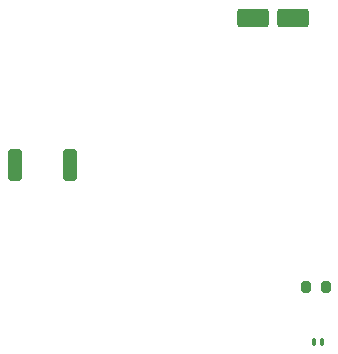
<source format=gbr>
%TF.GenerationSoftware,KiCad,Pcbnew,9.0.2*%
%TF.CreationDate,2025-07-21T18:03:53+01:00*%
%TF.ProjectId,ISOLATION,49534f4c-4154-4494-9f4e-2e6b69636164,rev?*%
%TF.SameCoordinates,Original*%
%TF.FileFunction,Paste,Top*%
%TF.FilePolarity,Positive*%
%FSLAX46Y46*%
G04 Gerber Fmt 4.6, Leading zero omitted, Abs format (unit mm)*
G04 Created by KiCad (PCBNEW 9.0.2) date 2025-07-21 18:03:53*
%MOMM*%
%LPD*%
G01*
G04 APERTURE LIST*
G04 Aperture macros list*
%AMRoundRect*
0 Rectangle with rounded corners*
0 $1 Rounding radius*
0 $2 $3 $4 $5 $6 $7 $8 $9 X,Y pos of 4 corners*
0 Add a 4 corners polygon primitive as box body*
4,1,4,$2,$3,$4,$5,$6,$7,$8,$9,$2,$3,0*
0 Add four circle primitives for the rounded corners*
1,1,$1+$1,$2,$3*
1,1,$1+$1,$4,$5*
1,1,$1+$1,$6,$7*
1,1,$1+$1,$8,$9*
0 Add four rect primitives between the rounded corners*
20,1,$1+$1,$2,$3,$4,$5,0*
20,1,$1+$1,$4,$5,$6,$7,0*
20,1,$1+$1,$6,$7,$8,$9,0*
20,1,$1+$1,$8,$9,$2,$3,0*%
G04 Aperture macros list end*
%ADD10RoundRect,0.050000X-0.100000X-0.250000X0.100000X-0.250000X0.100000X0.250000X-0.100000X0.250000X0*%
%ADD11RoundRect,0.200000X-0.200000X-0.275000X0.200000X-0.275000X0.200000X0.275000X-0.200000X0.275000X0*%
%ADD12RoundRect,0.250000X-0.362500X-1.075000X0.362500X-1.075000X0.362500X1.075000X-0.362500X1.075000X0*%
%ADD13RoundRect,0.250000X-1.075000X-0.550000X1.075000X-0.550000X1.075000X0.550000X-1.075000X0.550000X0*%
G04 APERTURE END LIST*
D10*
%TO.C,D1*%
X144050000Y-102600000D03*
X144750000Y-102600000D03*
%TD*%
D11*
%TO.C,R1*%
X143430000Y-97950000D03*
X145080000Y-97950000D03*
%TD*%
D12*
%TO.C,R2*%
X118797500Y-87650000D03*
X123422500Y-87650000D03*
%TD*%
D13*
%TO.C,C1*%
X138935000Y-75160000D03*
X142285000Y-75160000D03*
%TD*%
M02*

</source>
